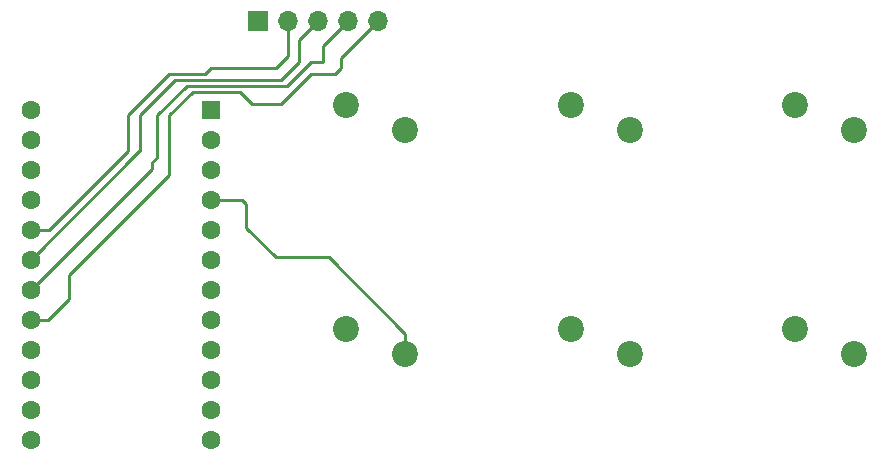
<source format=gbr>
%TF.GenerationSoftware,KiCad,Pcbnew,7.0.5*%
%TF.CreationDate,2023-10-14T21:24:46+09:00*%
%TF.ProjectId,hidtaiko,68696474-6169-46b6-9f2e-6b696361645f,rev?*%
%TF.SameCoordinates,Original*%
%TF.FileFunction,Copper,L2,Bot*%
%TF.FilePolarity,Positive*%
%FSLAX46Y46*%
G04 Gerber Fmt 4.6, Leading zero omitted, Abs format (unit mm)*
G04 Created by KiCad (PCBNEW 7.0.5) date 2023-10-14 21:24:46*
%MOMM*%
%LPD*%
G01*
G04 APERTURE LIST*
%TA.AperFunction,ComponentPad*%
%ADD10R,1.700000X1.700000*%
%TD*%
%TA.AperFunction,ComponentPad*%
%ADD11O,1.700000X1.700000*%
%TD*%
%TA.AperFunction,ComponentPad*%
%ADD12C,2.200000*%
%TD*%
%TA.AperFunction,ComponentPad*%
%ADD13R,1.600000X1.600000*%
%TD*%
%TA.AperFunction,ComponentPad*%
%ADD14C,1.600000*%
%TD*%
%TA.AperFunction,Conductor*%
%ADD15C,0.250000*%
%TD*%
G04 APERTURE END LIST*
D10*
%TO.P,REF\u002A\u002A,1*%
%TO.N,N/C*%
X152000000Y-52500000D03*
D11*
%TO.P,REF\u002A\u002A,2*%
X154540000Y-52500000D03*
%TO.P,REF\u002A\u002A,3*%
X157080000Y-52500000D03*
%TO.P,REF\u002A\u002A,4*%
X159620000Y-52500000D03*
%TO.P,REF\u002A\u002A,5*%
X162160000Y-52500000D03*
%TD*%
D12*
%TO.P,REF\u002A\u002A,1*%
%TO.N,N/C*%
X159500000Y-59600000D03*
%TO.P,REF\u002A\u002A,2*%
X164500000Y-61700000D03*
%TD*%
%TO.P,REF\u002A\u002A,1*%
%TO.N,N/C*%
X197500000Y-78600000D03*
%TO.P,REF\u002A\u002A,2*%
X202500000Y-80700000D03*
%TD*%
%TO.P,REF\u002A\u002A,1*%
%TO.N,N/C*%
X197500000Y-59600000D03*
%TO.P,REF\u002A\u002A,2*%
X202500000Y-61700000D03*
%TD*%
%TO.P,REF\u002A\u002A,1*%
%TO.N,N/C*%
X178500000Y-59600000D03*
%TO.P,REF\u002A\u002A,2*%
X183500000Y-61700000D03*
%TD*%
%TO.P,REF\u002A\u002A,1*%
%TO.N,N/C*%
X178500000Y-78600000D03*
%TO.P,REF\u002A\u002A,2*%
X183500000Y-80700000D03*
%TD*%
%TO.P,REF\u002A\u002A,1*%
%TO.N,N/C*%
X159500000Y-78600000D03*
%TO.P,REF\u002A\u002A,2*%
X164500000Y-80700000D03*
%TD*%
D13*
%TO.P,REF\u002A\u002A,1*%
%TO.N,N/C*%
X148000000Y-60000000D03*
D14*
%TO.P,REF\u002A\u002A,2*%
X148000000Y-62540000D03*
%TO.P,REF\u002A\u002A,3*%
X148000000Y-65080000D03*
%TO.P,REF\u002A\u002A,4*%
X148000000Y-67620000D03*
%TO.P,REF\u002A\u002A,5*%
X148000000Y-70160000D03*
%TO.P,REF\u002A\u002A,6*%
X148000000Y-72700000D03*
%TO.P,REF\u002A\u002A,7*%
X148000000Y-75240000D03*
%TO.P,REF\u002A\u002A,8*%
X148000000Y-77780000D03*
%TO.P,REF\u002A\u002A,9*%
X148000000Y-80320000D03*
%TO.P,REF\u002A\u002A,10*%
X148000000Y-82860000D03*
%TO.P,REF\u002A\u002A,11*%
X148000000Y-85400000D03*
%TO.P,REF\u002A\u002A,12*%
X148000000Y-87940000D03*
%TO.P,REF\u002A\u002A,13*%
X132760000Y-87940000D03*
%TO.P,REF\u002A\u002A,14*%
X132760000Y-85400000D03*
%TO.P,REF\u002A\u002A,15*%
X132760000Y-82860000D03*
%TO.P,REF\u002A\u002A,16*%
X132760000Y-80320000D03*
%TO.P,REF\u002A\u002A,17*%
X132760000Y-77780000D03*
%TO.P,REF\u002A\u002A,18*%
X132760000Y-75240000D03*
%TO.P,REF\u002A\u002A,19*%
X132760000Y-72700000D03*
%TO.P,REF\u002A\u002A,20*%
X132760000Y-70160000D03*
%TO.P,REF\u002A\u002A,21*%
X132760000Y-67620000D03*
%TO.P,REF\u002A\u002A,22*%
X132760000Y-65080000D03*
%TO.P,REF\u002A\u002A,23*%
X132760000Y-62540000D03*
%TO.P,REF\u002A\u002A,24*%
X132760000Y-60000000D03*
%TD*%
D15*
%TO.N,*%
X159000000Y-56500000D02*
X159000000Y-55660000D01*
X158500000Y-57000000D02*
X159000000Y-56500000D01*
X158500000Y-57000000D02*
X156500000Y-57000000D01*
X154540000Y-55460000D02*
X154540000Y-52500000D01*
X148000000Y-56500000D02*
X153500000Y-56500000D01*
X144500000Y-57000000D02*
X147500000Y-57000000D01*
X141000000Y-60500000D02*
X144500000Y-57000000D01*
X147500000Y-57000000D02*
X148000000Y-56500000D01*
X141000000Y-63500000D02*
X141000000Y-60500000D01*
X134340000Y-70160000D02*
X141000000Y-63500000D01*
X153500000Y-56500000D02*
X154540000Y-55460000D01*
X132760000Y-70160000D02*
X134340000Y-70160000D01*
X155500000Y-54080000D02*
X157080000Y-52500000D01*
X145000000Y-57500000D02*
X154000000Y-57500000D01*
X154000000Y-57500000D02*
X155500000Y-56000000D01*
X155500000Y-56000000D02*
X155500000Y-54080000D01*
X142000000Y-60500000D02*
X145000000Y-57500000D01*
X141960000Y-63500000D02*
X142000000Y-63500000D01*
X142000000Y-63500000D02*
X142000000Y-60500000D01*
X132760000Y-72700000D02*
X141960000Y-63500000D01*
X157545000Y-54575000D02*
X159620000Y-52500000D01*
X157545000Y-56000000D02*
X157545000Y-54575000D01*
X146000000Y-58000000D02*
X154500000Y-58000000D01*
X143500000Y-60500000D02*
X146000000Y-58000000D01*
X143500000Y-64000000D02*
X143500000Y-60500000D01*
X154500000Y-58000000D02*
X156500000Y-56000000D01*
X143000000Y-64500000D02*
X143500000Y-64000000D01*
X156500000Y-56000000D02*
X157545000Y-56000000D01*
X143000000Y-65000000D02*
X143000000Y-64500000D01*
X132760000Y-75240000D02*
X143000000Y-65000000D01*
X159000000Y-55660000D02*
X162160000Y-52500000D01*
X136000000Y-76000000D02*
X134220000Y-77780000D01*
X136000000Y-74000000D02*
X136000000Y-76000000D01*
X134220000Y-77780000D02*
X132760000Y-77780000D01*
X144500000Y-65500000D02*
X136000000Y-74000000D01*
X144500000Y-60500000D02*
X144500000Y-65500000D01*
X146500000Y-58500000D02*
X144500000Y-60500000D01*
X150500000Y-58500000D02*
X146500000Y-58500000D01*
X151500000Y-59500000D02*
X150500000Y-58500000D01*
X154000000Y-59500000D02*
X151500000Y-59500000D01*
X156500000Y-57000000D02*
X154000000Y-59500000D01*
X150620000Y-67620000D02*
X148000000Y-67620000D01*
X151000000Y-70000000D02*
X151000000Y-68000000D01*
X158000000Y-72500000D02*
X153500000Y-72500000D01*
X151000000Y-68000000D02*
X150620000Y-67620000D01*
X164500000Y-80700000D02*
X164500000Y-79000000D01*
X164500000Y-79000000D02*
X158000000Y-72500000D01*
X153500000Y-72500000D02*
X151000000Y-70000000D01*
%TD*%
M02*

</source>
